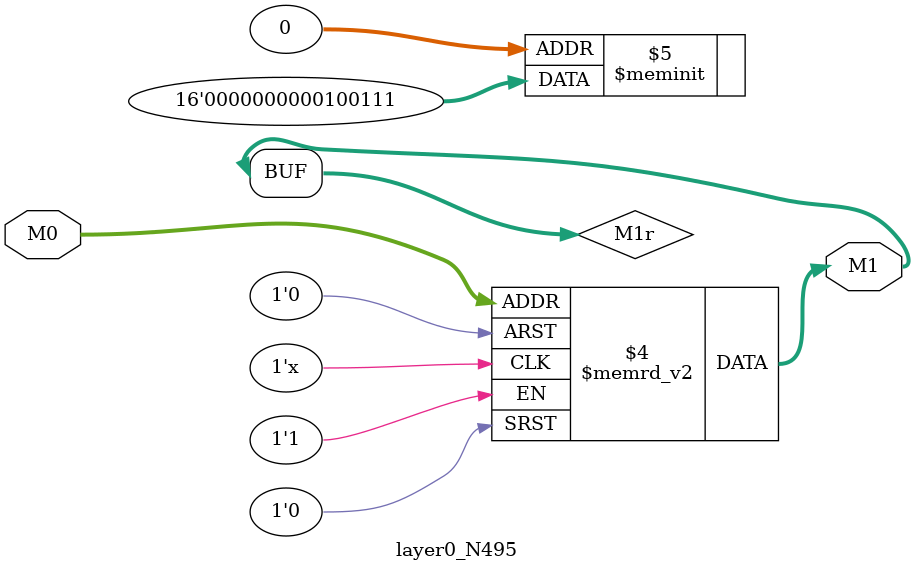
<source format=v>
module layer0_N495 ( input [2:0] M0, output [1:0] M1 );

	(*rom_style = "distributed" *) reg [1:0] M1r;
	assign M1 = M1r;
	always @ (M0) begin
		case (M0)
			3'b000: M1r = 2'b11;
			3'b100: M1r = 2'b00;
			3'b010: M1r = 2'b10;
			3'b110: M1r = 2'b00;
			3'b001: M1r = 2'b01;
			3'b101: M1r = 2'b00;
			3'b011: M1r = 2'b00;
			3'b111: M1r = 2'b00;

		endcase
	end
endmodule

</source>
